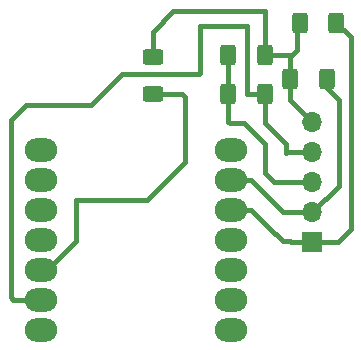
<source format=gbr>
%TF.GenerationSoftware,KiCad,Pcbnew,8.0.3*%
%TF.CreationDate,2024-10-14T19:06:13-04:00*%
%TF.ProjectId,puzzle-piece-controller,70757a7a-6c65-42d7-9069-6563652d636f,rev?*%
%TF.SameCoordinates,Original*%
%TF.FileFunction,Copper,L1,Top*%
%TF.FilePolarity,Positive*%
%FSLAX46Y46*%
G04 Gerber Fmt 4.6, Leading zero omitted, Abs format (unit mm)*
G04 Created by KiCad (PCBNEW 8.0.3) date 2024-10-14 19:06:13*
%MOMM*%
%LPD*%
G01*
G04 APERTURE LIST*
G04 Aperture macros list*
%AMRoundRect*
0 Rectangle with rounded corners*
0 $1 Rounding radius*
0 $2 $3 $4 $5 $6 $7 $8 $9 X,Y pos of 4 corners*
0 Add a 4 corners polygon primitive as box body*
4,1,4,$2,$3,$4,$5,$6,$7,$8,$9,$2,$3,0*
0 Add four circle primitives for the rounded corners*
1,1,$1+$1,$2,$3*
1,1,$1+$1,$4,$5*
1,1,$1+$1,$6,$7*
1,1,$1+$1,$8,$9*
0 Add four rect primitives between the rounded corners*
20,1,$1+$1,$2,$3,$4,$5,0*
20,1,$1+$1,$4,$5,$6,$7,0*
20,1,$1+$1,$6,$7,$8,$9,0*
20,1,$1+$1,$8,$9,$2,$3,0*%
G04 Aperture macros list end*
%TA.AperFunction,ComponentPad*%
%ADD10O,1.700000X1.700000*%
%TD*%
%TA.AperFunction,ComponentPad*%
%ADD11R,1.700000X1.700000*%
%TD*%
%TA.AperFunction,SMDPad,CuDef*%
%ADD12RoundRect,0.250000X-0.400000X-0.625000X0.400000X-0.625000X0.400000X0.625000X-0.400000X0.625000X0*%
%TD*%
%TA.AperFunction,SMDPad,CuDef*%
%ADD13RoundRect,0.250000X0.400000X0.625000X-0.400000X0.625000X-0.400000X-0.625000X0.400000X-0.625000X0*%
%TD*%
%TA.AperFunction,SMDPad,CuDef*%
%ADD14RoundRect,1.000000X0.375000X0.000010X-0.375000X0.000010X-0.375000X-0.000010X0.375000X-0.000010X0*%
%TD*%
%TA.AperFunction,SMDPad,CuDef*%
%ADD15RoundRect,0.250000X-0.625000X0.400000X-0.625000X-0.400000X0.625000X-0.400000X0.625000X0.400000X0*%
%TD*%
%TA.AperFunction,Conductor*%
%ADD16C,0.406400*%
%TD*%
G04 APERTURE END LIST*
D10*
%TO.P,J1,5,Pin_5*%
%TO.N,+3.3V*%
X233750000Y-85165000D03*
%TO.P,J1,4,Pin_4*%
%TO.N,GND*%
X233750000Y-87705000D03*
%TO.P,J1,3,Pin_3*%
%TO.N,ANALOG*%
X233750000Y-90245000D03*
%TO.P,J1,2,Pin_2*%
%TO.N,H_SCL*%
X233750000Y-92785000D03*
D11*
%TO.P,J1,1,Pin_1*%
%TO.N,H_SDA*%
X233750000Y-95325000D03*
%TD*%
D12*
%TO.P,R2,2*%
%TO.N,H_SCL*%
X235000000Y-81500000D03*
%TO.P,R2,1*%
%TO.N,+3.3V*%
X231900000Y-81500000D03*
%TD*%
D13*
%TO.P,R3,2*%
%TO.N,ANALOG*%
X226650000Y-79500000D03*
%TO.P,R3,1*%
%TO.N,+3.3V*%
X229750000Y-79500000D03*
%TD*%
D14*
%TO.P,U1,14,5V*%
%TO.N,unconnected-(U1-5V-Pad14)*%
X210750000Y-102750000D03*
%TO.P,U1,13,GND*%
%TO.N,GND*%
X210750000Y-100210000D03*
%TO.P,U1,12,3V3*%
%TO.N,+3.3V*%
X210750000Y-97670000D03*
%TO.P,U1,11,PA6_A10_D10_MOSI*%
%TO.N,unconnected-(U1-PA6_A10_D10_MOSI-Pad11)*%
X210750000Y-95130000D03*
%TO.P,U1,10,PA5_A9_D9_MISO*%
%TO.N,unconnected-(U1-PA5_A9_D9_MISO-Pad10)*%
X210750000Y-92590000D03*
%TO.P,U1,9,PA7_A8_D8_SCK*%
%TO.N,unconnected-(U1-PA7_A8_D8_SCK-Pad9)*%
X210750000Y-90050000D03*
%TO.P,U1,8,PB09_A7_D7_RX*%
%TO.N,unconnected-(U1-PB09_A7_D7_RX-Pad8)*%
X210750000Y-87510000D03*
%TO.P,U1,7,PB08_A6_D6_TX*%
%TO.N,unconnected-(U1-PB08_A6_D6_TX-Pad7)*%
X226915000Y-87510000D03*
%TO.P,U1,6,PA9_A5_D5_SCL*%
%TO.N,H_SCL*%
X226915000Y-90050000D03*
%TO.P,U1,5,PA8_A4_D4_SDA*%
%TO.N,H_SDA*%
X226915000Y-92590000D03*
%TO.P,U1,4,PA11_A3_D3*%
%TO.N,unconnected-(U1-PA11_A3_D3-Pad4)*%
X226915000Y-95130000D03*
%TO.P,U1,3,PA10_A2_D2*%
%TO.N,unconnected-(U1-PA10_A2_D2-Pad3)*%
X226915000Y-97670000D03*
%TO.P,U1,2,PA4_A1_D1*%
%TO.N,unconnected-(U1-PA4_A1_D1-Pad2)*%
X226915000Y-100210000D03*
%TO.P,U1,1,PA02_A0_D0*%
%TO.N,unconnected-(U1-PA02_A0_D0-Pad1)*%
X226915000Y-102750000D03*
%TD*%
D15*
%TO.P,R7,2*%
%TO.N,+3.3V*%
X220250000Y-82750000D03*
%TO.P,R7,1*%
X220250000Y-79650000D03*
%TD*%
D12*
%TO.P,R4,2*%
%TO.N,GND*%
X229750000Y-82750000D03*
%TO.P,R4,1*%
%TO.N,ANALOG*%
X226650000Y-82750000D03*
%TD*%
%TO.P,R1,2*%
%TO.N,H_SDA*%
X235800000Y-76750000D03*
%TO.P,R1,1*%
%TO.N,+3.3V*%
X232700000Y-76750000D03*
%TD*%
D16*
%TO.N,H_SCL*%
X232180000Y-92750000D02*
X232215000Y-92785000D01*
X232215000Y-92785000D02*
X233750000Y-92785000D01*
X236000000Y-90535000D02*
X233750000Y-92785000D01*
X230250000Y-91750000D02*
X231250000Y-92750000D01*
X235000000Y-82250000D02*
X236000000Y-83250000D01*
X231250000Y-92750000D02*
X232180000Y-92750000D01*
X235000000Y-81500000D02*
X235000000Y-82250000D01*
X236000000Y-83250000D02*
X236000000Y-90535000D01*
X228550000Y-90050000D02*
X230250000Y-91750000D01*
X226915000Y-90050000D02*
X228550000Y-90050000D01*
%TO.N,GND*%
X231500000Y-87000000D02*
X231500000Y-87750000D01*
X208250000Y-85000000D02*
X209500000Y-83750000D01*
X228250000Y-77000000D02*
X224250000Y-77000000D01*
X215000000Y-83750000D02*
X217625000Y-81125000D01*
X210750000Y-100210000D02*
X208460000Y-100210000D01*
X209500000Y-83750000D02*
X215000000Y-83750000D01*
X229750000Y-85250000D02*
X231500000Y-87000000D01*
X224250000Y-77000000D02*
X224250000Y-81000000D01*
X224250000Y-81000000D02*
X224125000Y-81125000D01*
X231500000Y-87750000D02*
X231545000Y-87705000D01*
X229750000Y-82750000D02*
X228250000Y-82750000D01*
X228250000Y-82750000D02*
X228250000Y-77000000D01*
X231545000Y-87705000D02*
X233750000Y-87705000D01*
X229750000Y-82750000D02*
X229750000Y-85250000D01*
X208460000Y-100210000D02*
X208250000Y-100000000D01*
X208250000Y-100000000D02*
X208250000Y-85000000D01*
X217625000Y-81125000D02*
X224125000Y-81125000D01*
%TO.N,ANALOG*%
X230495000Y-90245000D02*
X233750000Y-90245000D01*
X226750000Y-85250000D02*
X228000000Y-85250000D01*
X226650000Y-82750000D02*
X226650000Y-79500000D01*
X226650000Y-82750000D02*
X226650000Y-85150000D01*
X229750000Y-87000000D02*
X229750000Y-89500000D01*
X228000000Y-85250000D02*
X229750000Y-87000000D01*
X229750000Y-89500000D02*
X230495000Y-90245000D01*
X226650000Y-85150000D02*
X226750000Y-85250000D01*
%TO.N,H_SDA*%
X231850000Y-95250000D02*
X231925000Y-95325000D01*
X235800000Y-76750000D02*
X237000000Y-77950000D01*
X235925000Y-95325000D02*
X233750000Y-95325000D01*
X237000000Y-77950000D02*
X237000000Y-94250000D01*
X237000000Y-94250000D02*
X235925000Y-95325000D01*
X231925000Y-95325000D02*
X233750000Y-95325000D01*
X226915000Y-92590000D02*
X228590000Y-92590000D01*
X228590000Y-92590000D02*
X230000000Y-94000000D01*
X230000000Y-94000000D02*
X231250000Y-95250000D01*
X231250000Y-95250000D02*
X231850000Y-95250000D01*
%TO.N,+3.3V*%
X222750000Y-82750000D02*
X220250000Y-82750000D01*
X232000000Y-79500000D02*
X231900000Y-79600000D01*
X220250000Y-77500000D02*
X220250000Y-79650000D01*
X231900000Y-79600000D02*
X231900000Y-81500000D01*
X219750000Y-91750000D02*
X223000000Y-88500000D01*
X223000000Y-83000000D02*
X222750000Y-82750000D01*
X232000000Y-79500000D02*
X232450000Y-79050000D01*
X229750000Y-75750000D02*
X222000000Y-75750000D01*
X222000000Y-75750000D02*
X220250000Y-77500000D01*
X231750000Y-79500000D02*
X229750000Y-79500000D01*
X229750000Y-79500000D02*
X229750000Y-75750000D01*
X232450000Y-79050000D02*
X232450000Y-76750000D01*
X231900000Y-83315000D02*
X233750000Y-85165000D01*
X231750000Y-79500000D02*
X232000000Y-79500000D01*
X213750000Y-95250000D02*
X213750000Y-91750000D01*
X210750000Y-97670000D02*
X211330000Y-97670000D01*
X211330000Y-97670000D02*
X213750000Y-95250000D01*
X231900000Y-81500000D02*
X231900000Y-83315000D01*
X223000000Y-88500000D02*
X223000000Y-83000000D01*
X213750000Y-91750000D02*
X219750000Y-91750000D01*
%TD*%
M02*

</source>
